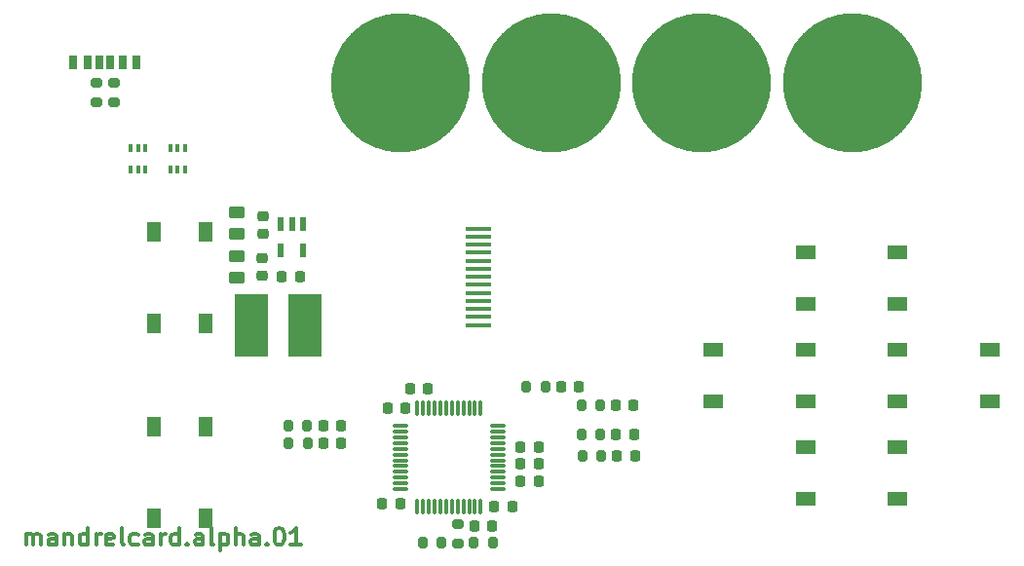
<source format=gtp>
%TF.GenerationSoftware,KiCad,Pcbnew,9.0.0*%
%TF.CreationDate,2025-03-23T23:43:44-05:00*%
%TF.ProjectId,stm32card,73746d33-3263-4617-9264-2e6b69636164,rev?*%
%TF.SameCoordinates,Original*%
%TF.FileFunction,Paste,Top*%
%TF.FilePolarity,Positive*%
%FSLAX46Y46*%
G04 Gerber Fmt 4.6, Leading zero omitted, Abs format (unit mm)*
G04 Created by KiCad (PCBNEW 9.0.0) date 2025-03-23 23:43:44*
%MOMM*%
%LPD*%
G01*
G04 APERTURE LIST*
G04 Aperture macros list*
%AMRoundRect*
0 Rectangle with rounded corners*
0 $1 Rounding radius*
0 $2 $3 $4 $5 $6 $7 $8 $9 X,Y pos of 4 corners*
0 Add a 4 corners polygon primitive as box body*
4,1,4,$2,$3,$4,$5,$6,$7,$8,$9,$2,$3,0*
0 Add four circle primitives for the rounded corners*
1,1,$1+$1,$2,$3*
1,1,$1+$1,$4,$5*
1,1,$1+$1,$6,$7*
1,1,$1+$1,$8,$9*
0 Add four rect primitives between the rounded corners*
20,1,$1+$1,$2,$3,$4,$5,0*
20,1,$1+$1,$4,$5,$6,$7,0*
20,1,$1+$1,$6,$7,$8,$9,0*
20,1,$1+$1,$8,$9,$2,$3,0*%
G04 Aperture macros list end*
%ADD10C,0.300000*%
%ADD11RoundRect,0.225000X-0.225000X-0.250000X0.225000X-0.250000X0.225000X0.250000X-0.225000X0.250000X0*%
%ADD12RoundRect,0.225000X0.225000X0.250000X-0.225000X0.250000X-0.225000X-0.250000X0.225000X-0.250000X0*%
%ADD13R,1.800000X1.200000*%
%ADD14R,0.490000X1.160000*%
%ADD15R,0.490000X1.180000*%
%ADD16RoundRect,0.200000X-0.200000X-0.275000X0.200000X-0.275000X0.200000X0.275000X-0.200000X0.275000X0*%
%ADD17R,2.200000X0.400000*%
%ADD18RoundRect,0.200000X0.200000X0.275000X-0.200000X0.275000X-0.200000X-0.275000X0.200000X-0.275000X0*%
%ADD19RoundRect,0.100000X-0.100000X0.225000X-0.100000X-0.225000X0.100000X-0.225000X0.100000X0.225000X0*%
%ADD20RoundRect,0.250000X0.450000X-0.262500X0.450000X0.262500X-0.450000X0.262500X-0.450000X-0.262500X0*%
%ADD21RoundRect,0.200000X-0.275000X0.200000X-0.275000X-0.200000X0.275000X-0.200000X0.275000X0.200000X0*%
%ADD22R,0.700000X1.200000*%
%ADD23R,0.760000X1.200000*%
%ADD24R,0.800000X1.200000*%
%ADD25O,1.500000X0.270000*%
%ADD26O,0.270000X1.500000*%
%ADD27C,12.100000*%
%ADD28C,12.100016*%
%ADD29C,12.100148*%
%ADD30R,1.200000X1.800000*%
%ADD31RoundRect,0.225000X0.250000X-0.225000X0.250000X0.225000X-0.250000X0.225000X-0.250000X-0.225000X0*%
%ADD32R,3.000000X5.500000*%
%ADD33RoundRect,0.225000X-0.250000X0.225000X-0.250000X-0.225000X0.250000X-0.225000X0.250000X0.225000X0*%
G04 APERTURE END LIST*
D10*
X135236036Y-130146168D02*
X135236036Y-129146168D01*
X135236036Y-129289025D02*
X135307465Y-129217597D01*
X135307465Y-129217597D02*
X135450322Y-129146168D01*
X135450322Y-129146168D02*
X135664608Y-129146168D01*
X135664608Y-129146168D02*
X135807465Y-129217597D01*
X135807465Y-129217597D02*
X135878894Y-129360454D01*
X135878894Y-129360454D02*
X135878894Y-130146168D01*
X135878894Y-129360454D02*
X135950322Y-129217597D01*
X135950322Y-129217597D02*
X136093179Y-129146168D01*
X136093179Y-129146168D02*
X136307465Y-129146168D01*
X136307465Y-129146168D02*
X136450322Y-129217597D01*
X136450322Y-129217597D02*
X136521751Y-129360454D01*
X136521751Y-129360454D02*
X136521751Y-130146168D01*
X137878894Y-130146168D02*
X137878894Y-129360454D01*
X137878894Y-129360454D02*
X137807465Y-129217597D01*
X137807465Y-129217597D02*
X137664608Y-129146168D01*
X137664608Y-129146168D02*
X137378894Y-129146168D01*
X137378894Y-129146168D02*
X137236036Y-129217597D01*
X137878894Y-130074740D02*
X137736036Y-130146168D01*
X137736036Y-130146168D02*
X137378894Y-130146168D01*
X137378894Y-130146168D02*
X137236036Y-130074740D01*
X137236036Y-130074740D02*
X137164608Y-129931882D01*
X137164608Y-129931882D02*
X137164608Y-129789025D01*
X137164608Y-129789025D02*
X137236036Y-129646168D01*
X137236036Y-129646168D02*
X137378894Y-129574740D01*
X137378894Y-129574740D02*
X137736036Y-129574740D01*
X137736036Y-129574740D02*
X137878894Y-129503311D01*
X138593179Y-129146168D02*
X138593179Y-130146168D01*
X138593179Y-129289025D02*
X138664608Y-129217597D01*
X138664608Y-129217597D02*
X138807465Y-129146168D01*
X138807465Y-129146168D02*
X139021751Y-129146168D01*
X139021751Y-129146168D02*
X139164608Y-129217597D01*
X139164608Y-129217597D02*
X139236037Y-129360454D01*
X139236037Y-129360454D02*
X139236037Y-130146168D01*
X140593180Y-130146168D02*
X140593180Y-128646168D01*
X140593180Y-130074740D02*
X140450322Y-130146168D01*
X140450322Y-130146168D02*
X140164608Y-130146168D01*
X140164608Y-130146168D02*
X140021751Y-130074740D01*
X140021751Y-130074740D02*
X139950322Y-130003311D01*
X139950322Y-130003311D02*
X139878894Y-129860454D01*
X139878894Y-129860454D02*
X139878894Y-129431882D01*
X139878894Y-129431882D02*
X139950322Y-129289025D01*
X139950322Y-129289025D02*
X140021751Y-129217597D01*
X140021751Y-129217597D02*
X140164608Y-129146168D01*
X140164608Y-129146168D02*
X140450322Y-129146168D01*
X140450322Y-129146168D02*
X140593180Y-129217597D01*
X141307465Y-130146168D02*
X141307465Y-129146168D01*
X141307465Y-129431882D02*
X141378894Y-129289025D01*
X141378894Y-129289025D02*
X141450323Y-129217597D01*
X141450323Y-129217597D02*
X141593180Y-129146168D01*
X141593180Y-129146168D02*
X141736037Y-129146168D01*
X142807465Y-130074740D02*
X142664608Y-130146168D01*
X142664608Y-130146168D02*
X142378894Y-130146168D01*
X142378894Y-130146168D02*
X142236036Y-130074740D01*
X142236036Y-130074740D02*
X142164608Y-129931882D01*
X142164608Y-129931882D02*
X142164608Y-129360454D01*
X142164608Y-129360454D02*
X142236036Y-129217597D01*
X142236036Y-129217597D02*
X142378894Y-129146168D01*
X142378894Y-129146168D02*
X142664608Y-129146168D01*
X142664608Y-129146168D02*
X142807465Y-129217597D01*
X142807465Y-129217597D02*
X142878894Y-129360454D01*
X142878894Y-129360454D02*
X142878894Y-129503311D01*
X142878894Y-129503311D02*
X142164608Y-129646168D01*
X143736036Y-130146168D02*
X143593179Y-130074740D01*
X143593179Y-130074740D02*
X143521750Y-129931882D01*
X143521750Y-129931882D02*
X143521750Y-128646168D01*
X144950322Y-130074740D02*
X144807464Y-130146168D01*
X144807464Y-130146168D02*
X144521750Y-130146168D01*
X144521750Y-130146168D02*
X144378893Y-130074740D01*
X144378893Y-130074740D02*
X144307464Y-130003311D01*
X144307464Y-130003311D02*
X144236036Y-129860454D01*
X144236036Y-129860454D02*
X144236036Y-129431882D01*
X144236036Y-129431882D02*
X144307464Y-129289025D01*
X144307464Y-129289025D02*
X144378893Y-129217597D01*
X144378893Y-129217597D02*
X144521750Y-129146168D01*
X144521750Y-129146168D02*
X144807464Y-129146168D01*
X144807464Y-129146168D02*
X144950322Y-129217597D01*
X146236036Y-130146168D02*
X146236036Y-129360454D01*
X146236036Y-129360454D02*
X146164607Y-129217597D01*
X146164607Y-129217597D02*
X146021750Y-129146168D01*
X146021750Y-129146168D02*
X145736036Y-129146168D01*
X145736036Y-129146168D02*
X145593178Y-129217597D01*
X146236036Y-130074740D02*
X146093178Y-130146168D01*
X146093178Y-130146168D02*
X145736036Y-130146168D01*
X145736036Y-130146168D02*
X145593178Y-130074740D01*
X145593178Y-130074740D02*
X145521750Y-129931882D01*
X145521750Y-129931882D02*
X145521750Y-129789025D01*
X145521750Y-129789025D02*
X145593178Y-129646168D01*
X145593178Y-129646168D02*
X145736036Y-129574740D01*
X145736036Y-129574740D02*
X146093178Y-129574740D01*
X146093178Y-129574740D02*
X146236036Y-129503311D01*
X146950321Y-130146168D02*
X146950321Y-129146168D01*
X146950321Y-129431882D02*
X147021750Y-129289025D01*
X147021750Y-129289025D02*
X147093179Y-129217597D01*
X147093179Y-129217597D02*
X147236036Y-129146168D01*
X147236036Y-129146168D02*
X147378893Y-129146168D01*
X148521750Y-130146168D02*
X148521750Y-128646168D01*
X148521750Y-130074740D02*
X148378892Y-130146168D01*
X148378892Y-130146168D02*
X148093178Y-130146168D01*
X148093178Y-130146168D02*
X147950321Y-130074740D01*
X147950321Y-130074740D02*
X147878892Y-130003311D01*
X147878892Y-130003311D02*
X147807464Y-129860454D01*
X147807464Y-129860454D02*
X147807464Y-129431882D01*
X147807464Y-129431882D02*
X147878892Y-129289025D01*
X147878892Y-129289025D02*
X147950321Y-129217597D01*
X147950321Y-129217597D02*
X148093178Y-129146168D01*
X148093178Y-129146168D02*
X148378892Y-129146168D01*
X148378892Y-129146168D02*
X148521750Y-129217597D01*
X149236035Y-130003311D02*
X149307464Y-130074740D01*
X149307464Y-130074740D02*
X149236035Y-130146168D01*
X149236035Y-130146168D02*
X149164607Y-130074740D01*
X149164607Y-130074740D02*
X149236035Y-130003311D01*
X149236035Y-130003311D02*
X149236035Y-130146168D01*
X150593179Y-130146168D02*
X150593179Y-129360454D01*
X150593179Y-129360454D02*
X150521750Y-129217597D01*
X150521750Y-129217597D02*
X150378893Y-129146168D01*
X150378893Y-129146168D02*
X150093179Y-129146168D01*
X150093179Y-129146168D02*
X149950321Y-129217597D01*
X150593179Y-130074740D02*
X150450321Y-130146168D01*
X150450321Y-130146168D02*
X150093179Y-130146168D01*
X150093179Y-130146168D02*
X149950321Y-130074740D01*
X149950321Y-130074740D02*
X149878893Y-129931882D01*
X149878893Y-129931882D02*
X149878893Y-129789025D01*
X149878893Y-129789025D02*
X149950321Y-129646168D01*
X149950321Y-129646168D02*
X150093179Y-129574740D01*
X150093179Y-129574740D02*
X150450321Y-129574740D01*
X150450321Y-129574740D02*
X150593179Y-129503311D01*
X151521750Y-130146168D02*
X151378893Y-130074740D01*
X151378893Y-130074740D02*
X151307464Y-129931882D01*
X151307464Y-129931882D02*
X151307464Y-128646168D01*
X152093178Y-129146168D02*
X152093178Y-130646168D01*
X152093178Y-129217597D02*
X152236036Y-129146168D01*
X152236036Y-129146168D02*
X152521750Y-129146168D01*
X152521750Y-129146168D02*
X152664607Y-129217597D01*
X152664607Y-129217597D02*
X152736036Y-129289025D01*
X152736036Y-129289025D02*
X152807464Y-129431882D01*
X152807464Y-129431882D02*
X152807464Y-129860454D01*
X152807464Y-129860454D02*
X152736036Y-130003311D01*
X152736036Y-130003311D02*
X152664607Y-130074740D01*
X152664607Y-130074740D02*
X152521750Y-130146168D01*
X152521750Y-130146168D02*
X152236036Y-130146168D01*
X152236036Y-130146168D02*
X152093178Y-130074740D01*
X153450321Y-130146168D02*
X153450321Y-128646168D01*
X154093179Y-130146168D02*
X154093179Y-129360454D01*
X154093179Y-129360454D02*
X154021750Y-129217597D01*
X154021750Y-129217597D02*
X153878893Y-129146168D01*
X153878893Y-129146168D02*
X153664607Y-129146168D01*
X153664607Y-129146168D02*
X153521750Y-129217597D01*
X153521750Y-129217597D02*
X153450321Y-129289025D01*
X155450322Y-130146168D02*
X155450322Y-129360454D01*
X155450322Y-129360454D02*
X155378893Y-129217597D01*
X155378893Y-129217597D02*
X155236036Y-129146168D01*
X155236036Y-129146168D02*
X154950322Y-129146168D01*
X154950322Y-129146168D02*
X154807464Y-129217597D01*
X155450322Y-130074740D02*
X155307464Y-130146168D01*
X155307464Y-130146168D02*
X154950322Y-130146168D01*
X154950322Y-130146168D02*
X154807464Y-130074740D01*
X154807464Y-130074740D02*
X154736036Y-129931882D01*
X154736036Y-129931882D02*
X154736036Y-129789025D01*
X154736036Y-129789025D02*
X154807464Y-129646168D01*
X154807464Y-129646168D02*
X154950322Y-129574740D01*
X154950322Y-129574740D02*
X155307464Y-129574740D01*
X155307464Y-129574740D02*
X155450322Y-129503311D01*
X156164607Y-130003311D02*
X156236036Y-130074740D01*
X156236036Y-130074740D02*
X156164607Y-130146168D01*
X156164607Y-130146168D02*
X156093179Y-130074740D01*
X156093179Y-130074740D02*
X156164607Y-130003311D01*
X156164607Y-130003311D02*
X156164607Y-130146168D01*
X157164608Y-128646168D02*
X157307465Y-128646168D01*
X157307465Y-128646168D02*
X157450322Y-128717597D01*
X157450322Y-128717597D02*
X157521751Y-128789025D01*
X157521751Y-128789025D02*
X157593179Y-128931882D01*
X157593179Y-128931882D02*
X157664608Y-129217597D01*
X157664608Y-129217597D02*
X157664608Y-129574740D01*
X157664608Y-129574740D02*
X157593179Y-129860454D01*
X157593179Y-129860454D02*
X157521751Y-130003311D01*
X157521751Y-130003311D02*
X157450322Y-130074740D01*
X157450322Y-130074740D02*
X157307465Y-130146168D01*
X157307465Y-130146168D02*
X157164608Y-130146168D01*
X157164608Y-130146168D02*
X157021751Y-130074740D01*
X157021751Y-130074740D02*
X156950322Y-130003311D01*
X156950322Y-130003311D02*
X156878893Y-129860454D01*
X156878893Y-129860454D02*
X156807465Y-129574740D01*
X156807465Y-129574740D02*
X156807465Y-129217597D01*
X156807465Y-129217597D02*
X156878893Y-128931882D01*
X156878893Y-128931882D02*
X156950322Y-128789025D01*
X156950322Y-128789025D02*
X157021751Y-128717597D01*
X157021751Y-128717597D02*
X157164608Y-128646168D01*
X159093179Y-130146168D02*
X158236036Y-130146168D01*
X158664607Y-130146168D02*
X158664607Y-128646168D01*
X158664607Y-128646168D02*
X158521750Y-128860454D01*
X158521750Y-128860454D02*
X158378893Y-129003311D01*
X158378893Y-129003311D02*
X158236036Y-129074740D01*
D11*
%TO.C,C14*%
X186594442Y-122410210D03*
X188144442Y-122410210D03*
%TD*%
D12*
%TO.C,C4*%
X168208349Y-118253643D03*
X166658349Y-118253643D03*
%TD*%
D13*
%TO.C,b_up1*%
X202951133Y-104665534D03*
X210951133Y-104665534D03*
X202951133Y-109165534D03*
X210951133Y-109165534D03*
%TD*%
D11*
%TO.C,C16*%
X186498159Y-120535261D03*
X188048159Y-120535261D03*
%TD*%
D14*
%TO.C,U1*%
X159275688Y-102255065D03*
X158325688Y-102255065D03*
X157375688Y-102255065D03*
D15*
X157375688Y-104555065D03*
X159275688Y-104555065D03*
%TD*%
D16*
%TO.C,R10*%
X174123734Y-129933381D03*
X175773734Y-129933381D03*
%TD*%
D11*
%TO.C,C12*%
X175911855Y-126779815D03*
X177461855Y-126779815D03*
%TD*%
D17*
%TO.C,U5*%
X174559466Y-111035534D03*
X174559466Y-110335534D03*
X174559466Y-109635534D03*
X174559466Y-108935534D03*
X174559466Y-108235534D03*
X174559466Y-107535534D03*
X174559466Y-106835534D03*
X174559466Y-106135534D03*
X174559466Y-105435534D03*
X174559466Y-104735534D03*
X174559466Y-104035534D03*
X174559466Y-103335534D03*
X174559466Y-102635534D03*
%TD*%
D11*
%TO.C,C11*%
X178216650Y-124571621D03*
X179766650Y-124571621D03*
%TD*%
D18*
%TO.C,R11*%
X171355995Y-129935313D03*
X169705995Y-129935313D03*
%TD*%
D19*
%TO.C,U3*%
X149064155Y-95624097D03*
X148414155Y-95624097D03*
X147764155Y-95624097D03*
X147764155Y-97524097D03*
X148414155Y-97524097D03*
X149064155Y-97524097D03*
%TD*%
D20*
%TO.C,R4*%
X153498188Y-103060065D03*
X153498188Y-101235065D03*
%TD*%
D21*
%TO.C,R2*%
X142831133Y-89980534D03*
X142831133Y-91630534D03*
%TD*%
D11*
%TO.C,C13*%
X181710179Y-116398550D03*
X183260179Y-116398550D03*
%TD*%
D20*
%TO.C,R3*%
X153498188Y-106885065D03*
X153498188Y-105060065D03*
%TD*%
D12*
%TO.C,C8*%
X179766650Y-121651621D03*
X178216650Y-121651621D03*
%TD*%
D16*
%TO.C,R9*%
X183488159Y-120535261D03*
X185138159Y-120535261D03*
%TD*%
%TO.C,R13*%
X158034256Y-121286002D03*
X159684256Y-121286002D03*
%TD*%
D11*
%TO.C,C15*%
X186482004Y-118016635D03*
X188032004Y-118016635D03*
%TD*%
D13*
%TO.C,b_left1*%
X210951133Y-113132201D03*
X218951133Y-113132201D03*
X210951133Y-117632201D03*
X218951133Y-117632201D03*
%TD*%
D11*
%TO.C,C5*%
X178216650Y-123111621D03*
X179766650Y-123111621D03*
%TD*%
D13*
%TO.C,b_right1*%
X194951133Y-113132201D03*
X202951133Y-113132201D03*
X194951133Y-117632201D03*
X202951133Y-117632201D03*
%TD*%
D16*
%TO.C,R12*%
X158028042Y-119787400D03*
X159678042Y-119787400D03*
%TD*%
D11*
%TO.C,C17*%
X161038042Y-119787400D03*
X162588042Y-119787400D03*
%TD*%
D16*
%TO.C,R6*%
X183584442Y-122410210D03*
X185234442Y-122410210D03*
%TD*%
D22*
%TO.C,J1*%
X142574466Y-88210000D03*
D23*
X140554466Y-88210000D03*
D24*
X139324466Y-88210000D03*
D22*
X141574466Y-88210000D03*
D23*
X143594466Y-88210000D03*
D24*
X144824466Y-88210000D03*
%TD*%
D16*
%TO.C,R7*%
X183472004Y-118016635D03*
X185122004Y-118016635D03*
%TD*%
D11*
%TO.C,C2*%
X168613611Y-116553306D03*
X170163611Y-116553306D03*
%TD*%
%TO.C,C18*%
X161044256Y-121286002D03*
X162594256Y-121286002D03*
%TD*%
D25*
%TO.C,U4*%
X176240878Y-125284125D03*
X176240878Y-124784125D03*
X176240878Y-124284125D03*
X176240878Y-123784125D03*
X176240878Y-123284125D03*
X176240878Y-122784125D03*
X176240878Y-122284125D03*
X176240878Y-121784125D03*
X176240878Y-121284125D03*
X176240878Y-120784125D03*
X176240878Y-120284125D03*
X176240878Y-119784125D03*
D26*
X174740878Y-118284125D03*
X174240878Y-118284125D03*
X173740878Y-118284125D03*
X173240878Y-118284125D03*
X172740878Y-118284125D03*
X172240878Y-118284125D03*
X171740878Y-118284125D03*
X171240878Y-118284125D03*
X170740878Y-118284125D03*
X170240878Y-118284125D03*
X169740878Y-118284125D03*
X169240878Y-118284125D03*
D25*
X167740878Y-119784125D03*
X167740878Y-120284125D03*
X167740878Y-120784125D03*
X167740878Y-121284125D03*
X167740878Y-121784125D03*
X167740878Y-122284125D03*
X167740878Y-122784125D03*
X167740878Y-123284125D03*
X167740878Y-123784125D03*
X167740878Y-124284125D03*
X167740878Y-124784125D03*
X167740878Y-125284125D03*
D26*
X169240878Y-126784125D03*
X169740878Y-126784125D03*
X170240878Y-126784125D03*
X170740878Y-126784125D03*
X171240878Y-126784125D03*
X171740878Y-126784125D03*
X172240878Y-126784125D03*
X172740878Y-126784125D03*
X173240878Y-126784125D03*
X173740878Y-126784125D03*
X174240878Y-126784125D03*
X174740878Y-126784125D03*
%TD*%
D11*
%TO.C,C10*%
X157473188Y-106860065D03*
X159023188Y-106860065D03*
%TD*%
D27*
%TO.C,U6*%
X167753529Y-90002380D03*
D28*
X180853529Y-90002380D03*
D29*
X193953529Y-90002380D03*
D27*
X207053529Y-90002380D03*
%TD*%
D30*
%TO.C,b_b1*%
X146357799Y-127848868D03*
X146357799Y-119848868D03*
X150857799Y-127848868D03*
X150857799Y-119848868D03*
%TD*%
D13*
%TO.C,b_down1*%
X210951133Y-126098868D03*
X202951133Y-126098868D03*
X210951133Y-121598868D03*
X202951133Y-121598868D03*
%TD*%
D16*
%TO.C,R5*%
X178700179Y-116398550D03*
X180350179Y-116398550D03*
%TD*%
D31*
%TO.C,C9*%
X155748188Y-106747565D03*
X155748188Y-105197565D03*
%TD*%
D19*
%TO.C,U2*%
X145600255Y-95624097D03*
X144950255Y-95624097D03*
X144300255Y-95624097D03*
X144300255Y-97524097D03*
X144950255Y-97524097D03*
X145600255Y-97524097D03*
%TD*%
D21*
%TO.C,R8*%
X172740878Y-128357482D03*
X172740878Y-130007482D03*
%TD*%
D11*
%TO.C,C6*%
X174173724Y-128478655D03*
X175723724Y-128478655D03*
%TD*%
D32*
%TO.C,L1*%
X159428188Y-111060065D03*
X154768188Y-111060065D03*
%TD*%
D30*
%TO.C,b_a1*%
X146357799Y-110915534D03*
X146357799Y-102915534D03*
X150857799Y-110915534D03*
X150857799Y-102915534D03*
%TD*%
D12*
%TO.C,C3*%
X167740878Y-126518684D03*
X166190878Y-126518684D03*
%TD*%
D33*
%TO.C,C1*%
X155860751Y-101557657D03*
X155860751Y-103107657D03*
%TD*%
D21*
%TO.C,R1*%
X141331133Y-89980534D03*
X141331133Y-91630534D03*
%TD*%
M02*

</source>
